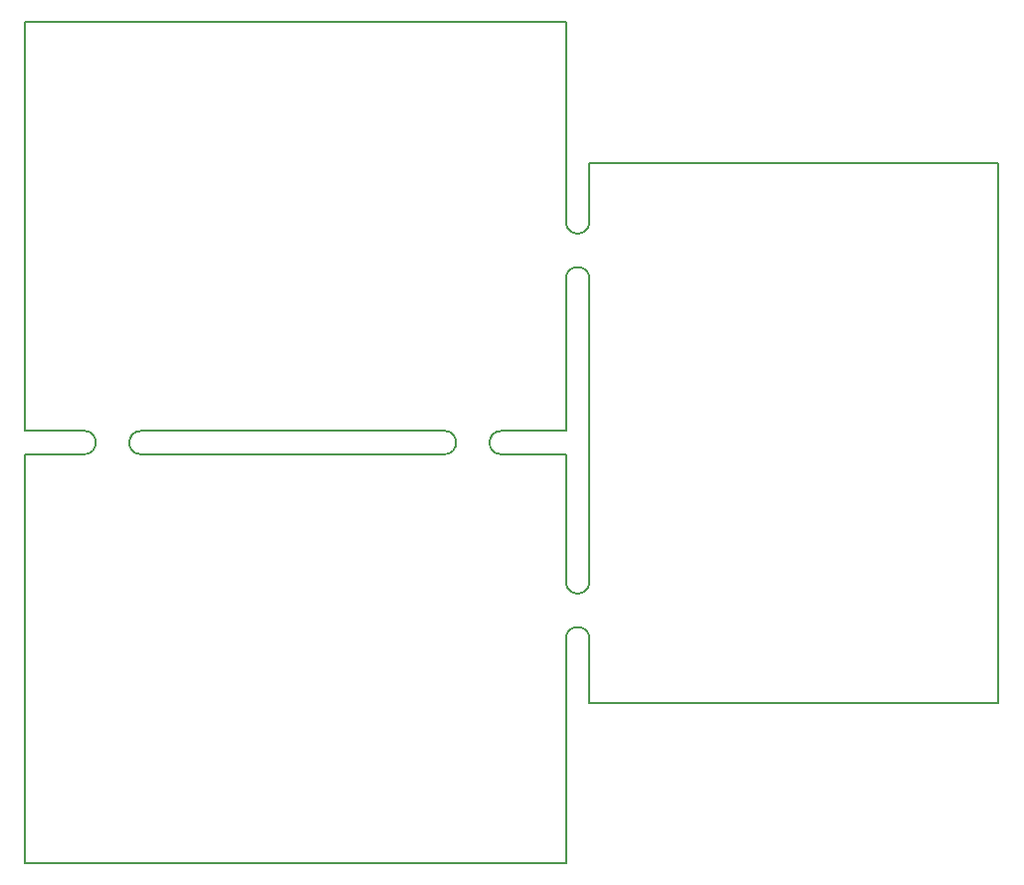
<source format=gm1>
G04 #@! TF.GenerationSoftware,KiCad,Pcbnew,5.0.2-bee76a0~70~ubuntu18.04.1*
G04 #@! TF.CreationDate,2019-02-13T09:30:15+01:00*
G04 #@! TF.ProjectId,motorboard_panel_x3,6d6f746f-7262-46f6-9172-645f70616e65,rev?*
G04 #@! TF.SameCoordinates,Original*
G04 #@! TF.FileFunction,Profile,NP*
%FSLAX46Y46*%
G04 Gerber Fmt 4.6, Leading zero omitted, Abs format (unit mm)*
G04 Created by KiCad (PCBNEW 5.0.2-bee76a0~70~ubuntu18.04.1) date Wed 13 Feb 2019 09:30:15 CET*
%MOMM*%
%LPD*%
G01*
G04 APERTURE LIST*
%ADD10C,0.150000*%
G04 APERTURE END LIST*
D10*
X133000000Y-125650000D02*
X133000000Y-99850000D01*
X131000000Y-130500000D02*
X131000000Y-149600000D01*
X133000000Y-95000000D02*
X133000000Y-90000000D01*
X131000000Y-99850000D02*
X131000000Y-112800000D01*
X125500000Y-114800000D02*
X131000000Y-114800000D01*
X120650000Y-112800000D02*
X94850000Y-112800000D01*
X94850000Y-114800000D02*
X120650000Y-114800000D01*
X90000000Y-112800000D02*
X85000000Y-112800000D01*
X85000000Y-149600000D02*
X85000000Y-114800000D01*
X131000000Y-149600000D02*
X85000000Y-149600000D01*
X131000000Y-114800000D02*
X131000000Y-125650000D01*
X85000000Y-114800000D02*
X90000000Y-114800000D01*
X167800000Y-136000000D02*
X133000000Y-136000000D01*
X167800000Y-90000000D02*
X167800000Y-136000000D01*
X133000000Y-90000000D02*
X167800000Y-90000000D01*
X133000000Y-136000000D02*
X133000000Y-130500000D01*
X133000000Y-125650000D02*
G75*
G02X131000000Y-125650000I-1000000J0D01*
G01*
X131000000Y-130500000D02*
G75*
G02X133000000Y-130500000I1000000J0D01*
G01*
X133000000Y-95000000D02*
G75*
G02X131000000Y-95000000I-1000000J0D01*
G01*
X131000000Y-99850000D02*
G75*
G02X133000000Y-99850000I1000000J0D01*
G01*
X120650000Y-112800000D02*
G75*
G02X120650000Y-114800000I0J-1000000D01*
G01*
X125500000Y-114800000D02*
G75*
G02X125500000Y-112800000I0J1000000D01*
G01*
X94850000Y-114800000D02*
G75*
G02X94850000Y-112800000I0J1000000D01*
G01*
X90000000Y-112800000D02*
G75*
G02X90000000Y-114800000I0J-1000000D01*
G01*
X85000000Y-112800000D02*
X85000000Y-78000000D01*
X131000000Y-112800000D02*
X125500000Y-112800000D01*
X131000000Y-78000000D02*
X131000000Y-95000000D01*
X85000000Y-78000000D02*
X131000000Y-78000000D01*
M02*

</source>
